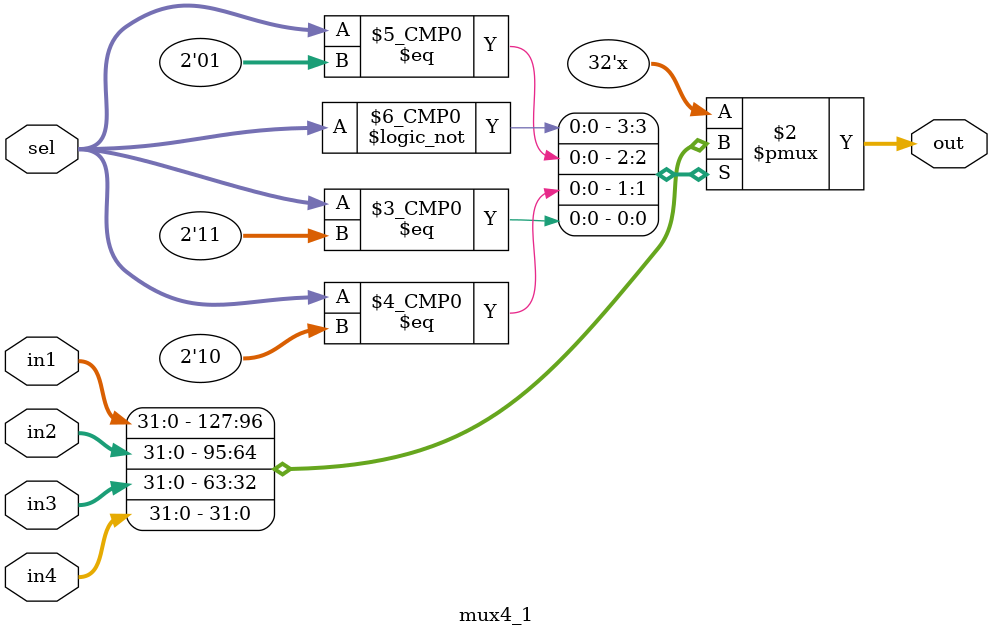
<source format=v>
module mux4_1 #(parameter WIDTH = 32) (
    input wire [1:0] sel,
    input wire  [WIDTH - 1:0] in1,
    input wire  [WIDTH - 1:0] in2,
    input wire  [WIDTH - 1:0] in3,
    input wire  [WIDTH - 1:0] in4,
    output wire [WIDTH - 1:0] out,
);
  always@(*) begin
      case(sel)
      2'b00: out <= in1;
      2'b01: out <= in2;
      2'b10: out <= in3;
      2'b11: out <= in4;
      endcase
  end  
endmodule
</source>
